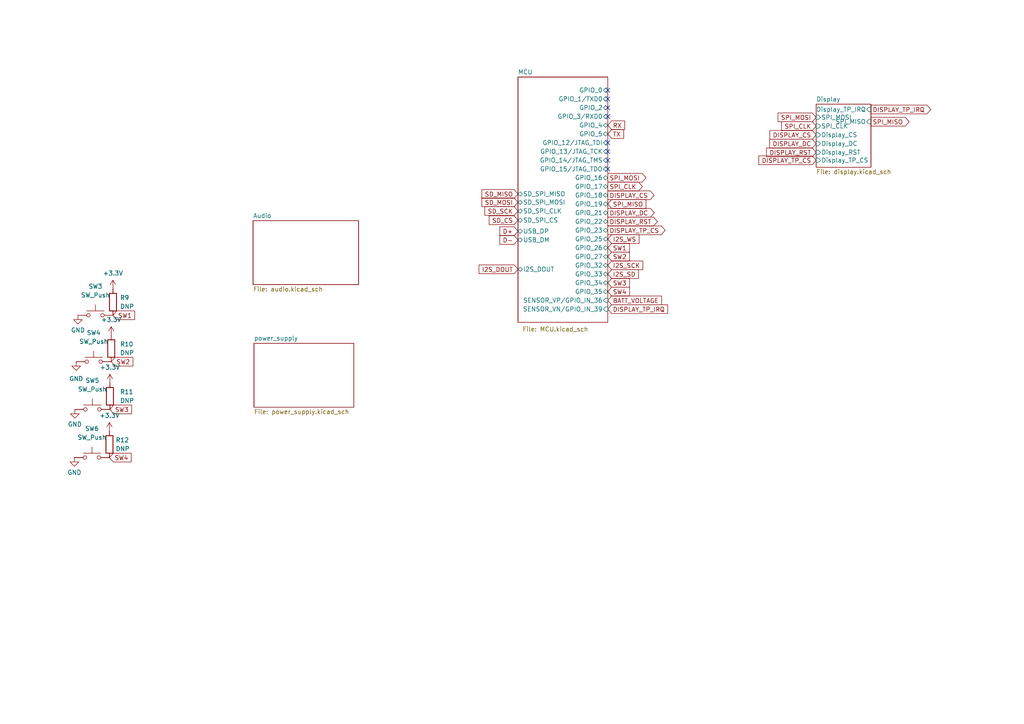
<source format=kicad_sch>
(kicad_sch (version 20231120) (generator "eeschema") (generator_version "8.0")
  (paper "A4")
  (lib_symbols
    (symbol "Device:R" (pin_numbers hide) (pin_names (offset 0))
      (property "Reference" "R" (at 2.032 0 90))
      (property "Value" "R" (at 0 0 90))
      (symbol "R_0_1"
        (rectangle (start -1.016 -2.54) (end 1.016 2.54) (stroke (width 0.254)))
      )
      (symbol "R_1_1"
        (pin passive line (at 0 3.81 270) (length 1.27) (name "~") (number "1"))
        (pin passive line (at 0 -3.81 90) (length 1.27) (name "~") (number "2"))
      )
    )
    (symbol "Switch:SW_Push" (pin_numbers hide) (pin_names (offset 1.016) hide)
      (property "Reference" "SW" (at 1.27 2.54 0))
      (property "Value" "SW_Push" (at 0 -1.524 0))
      (symbol "SW_Push_0_1"
        (circle (center -2.032 0) (radius 0.508))
        (polyline (pts (xy 0 1.27) (xy 0 3.048)))
        (polyline (pts (xy 2.54 1.27) (xy -2.54 1.27)))
        (circle (center 2.032 0) (radius 0.508))
        (pin passive line (at -5.08 0 0) (length 2.54) (name "1") (number "1"))
        (pin passive line (at 5.08 0 180) (length 2.54) (name "2") (number "2"))
      )
    )
    (symbol "power:+3.3V" (power) (pin_names (offset 0))
      (property "Value" "+3.3V" (at 0 3.556 0))
      (symbol "+3.3V_0_1"
        (polyline (pts (xy -0.762 1.27) (xy 0 2.54)))
        (polyline (pts (xy 0 0) (xy 0 2.54)))
        (polyline (pts (xy 0 2.54) (xy 0.762 1.27)))
      )
      (symbol "+3.3V_1_1"
        (pin power_in line (at 0 0 90) (length 0) hide (name "+3.3V") (number "1"))
      )
    )
    (symbol "power:GND" (power) (pin_names (offset 0))
      (property "Value" "GND" (at 0 -3.81 0))
      (symbol "GND_0_1"
        (polyline (pts (xy 0 0) (xy 0 -1.27) (xy 1.27 -1.27) (xy 0 -2.54) (xy -1.27 -1.27) (xy 0 -1.27)))
      )
      (symbol "GND_1_1"
        (pin power_in line (at 0 0 270) (length 0) hide (name "GND") (number "1"))
      )
    )
  )
  (no_connect (at 176.276 43.942))
  (no_connect (at 176.276 31.242))
  (no_connect (at 176.276 33.782))
  (no_connect (at 176.276 46.482))
  (no_connect (at 176.276 28.702))
  (no_connect (at 176.276 26.162))
  (no_connect (at 176.276 49.022))
  (no_connect (at 176.276 41.402))
  (global_label "SW3" (shape input) (at 176.276 82.042 0) (property "Intersheetrefs" "${INTERSHEET_REFS}" (effects (hide yes))))
  (global_label "DISPLAY_DC" (shape input) (at 236.728 41.656 180) (property "Intersheetrefs" "${INTERSHEET_REFS}" (effects (hide yes))))
  (global_label "I2S_SD" (shape input) (at 176.276 79.502 0) (property "Intersheetrefs" "${INTERSHEET_REFS}" (effects (hide yes))))
  (global_label "SPI_MOSI" (shape output) (at 176.276 51.562 0) (property "Intersheetrefs" "${INTERSHEET_REFS}" (effects (hide yes))))
  (global_label "BATT_VOLTAGE" (shape input) (at 176.276 87.122 0) (property "Intersheetrefs" "${INTERSHEET_REFS}" (effects (hide yes))))
  (global_label "DISPLAY_TP_CS" (shape input) (at 236.728 46.482 180) (property "Intersheetrefs" "${INTERSHEET_REFS}" (effects (hide yes))))
  (global_label "SD_MISO" (shape input) (at 150.241 56.261 180) (property "Intersheetrefs" "${INTERSHEET_REFS}" (effects (hide yes))))
  (global_label "I2S_SCK" (shape input) (at 176.276 76.962 0) (property "Intersheetrefs" "${INTERSHEET_REFS}" (effects (hide yes))))
  (global_label "TX" (shape input) (at 176.276 38.862 0) (property "Intersheetrefs" "${INTERSHEET_REFS}" (effects (hide yes))))
  (global_label "D-" (shape input) (at 150.241 69.596 180) (property "Intersheetrefs" "${INTERSHEET_REFS}" (effects (hide yes))))
  (global_label "SPI_CLK" (shape input) (at 236.728 36.576 180) (property "Intersheetrefs" "${INTERSHEET_REFS}" (effects (hide yes))))
  (global_label "I2S_WS" (shape input) (at 176.276 69.342 0) (property "Intersheetrefs" "${INTERSHEET_REFS}" (effects (hide yes))))
  (global_label "DISPLAY_TP_IRQ" (shape input) (at 176.276 89.662 0) (property "Intersheetrefs" "${INTERSHEET_REFS}" (effects (hide yes))))
  (global_label "DISPLAY_CS" (shape output) (at 176.276 56.642 0) (property "Intersheetrefs" "${INTERSHEET_REFS}" (effects (hide yes))))
  (global_label "SPI_MOSI" (shape input) (at 236.728 34.036 180) (property "Intersheetrefs" "${INTERSHEET_REFS}" (effects (hide yes))))
  (global_label "SD_SCK" (shape input) (at 150.241 61.214 180) (property "Intersheetrefs" "${INTERSHEET_REFS}" (effects (hide yes))))
  (global_label "SPI_MISO" (shape input) (at 176.276 59.182 0) (property "Intersheetrefs" "${INTERSHEET_REFS}" (effects (hide yes))))
  (global_label "DISPLAY_TP_IRQ" (shape output) (at 252.603 31.75 0) (property "Intersheetrefs" "${INTERSHEET_REFS}" (effects (hide yes))))
  (global_label "SD_MOSI" (shape input) (at 150.241 58.674 180) (property "Intersheetrefs" "${INTERSHEET_REFS}" (effects (hide yes))))
  (global_label "D+" (shape input) (at 150.241 67.056 180) (property "Intersheetrefs" "${INTERSHEET_REFS}" (effects (hide yes))))
  (global_label "RX" (shape input) (at 176.276 36.322 0) (property "Intersheetrefs" "${INTERSHEET_REFS}" (effects (hide yes))))
  (global_label "DISPLAY_CS" (shape input) (at 236.728 39.116 180) (property "Intersheetrefs" "${INTERSHEET_REFS}" (effects (hide yes))))
  (global_label "SW2" (shape input) (at 32.258 104.902 0) (property "Intersheetrefs" "${INTERSHEET_REFS}" (effects (hide yes))))
  (global_label "SW3" (shape input) (at 31.877 118.745 0) (property "Intersheetrefs" "${INTERSHEET_REFS}" (effects (hide yes))))
  (global_label "DISPLAY_TP_CS" (shape output) (at 176.276 66.802 0) (property "Intersheetrefs" "${INTERSHEET_REFS}" (effects (hide yes))))
  (global_label "SW4" (shape input) (at 176.276 84.582 0) (property "Intersheetrefs" "${INTERSHEET_REFS}" (effects (hide yes))))
  (global_label "SPI_CLK" (shape output) (at 176.276 54.102 0) (property "Intersheetrefs" "${INTERSHEET_REFS}" (effects (hide yes))))
  (global_label "SPI_MISO" (shape output) (at 252.603 35.306 0) (property "Intersheetrefs" "${INTERSHEET_REFS}" (effects (hide yes))))
  (global_label "DISPLAY_RST" (shape output) (at 176.276 64.262 0) (property "Intersheetrefs" "${INTERSHEET_REFS}" (effects (hide yes))))
  (global_label "SW1" (shape input) (at 32.766 91.44 0) (property "Intersheetrefs" "${INTERSHEET_REFS}" (effects (hide yes))))
  (global_label "SW1" (shape input) (at 176.276 71.882 0) (property "Intersheetrefs" "${INTERSHEET_REFS}" (effects (hide yes))))
  (global_label "DISPLAY_DC" (shape output) (at 176.276 61.722 0) (property "Intersheetrefs" "${INTERSHEET_REFS}" (effects (hide yes))))
  (global_label "SD_CS" (shape input) (at 150.241 63.881 180) (property "Intersheetrefs" "${INTERSHEET_REFS}" (effects (hide yes))))
  (global_label "DISPLAY_RST" (shape input) (at 236.728 44.196 180) (property "Intersheetrefs" "${INTERSHEET_REFS}" (effects (hide yes))))
  (global_label "SW2" (shape input) (at 176.276 74.422 0) (property "Intersheetrefs" "${INTERSHEET_REFS}" (effects (hide yes))))
  (global_label "I2S_DOUT" (shape input) (at 150.241 78.105 180) (property "Intersheetrefs" "${INTERSHEET_REFS}" (effects (hide yes))))
  (global_label "SW4" (shape input) (at 31.75 132.715 0) (property "Intersheetrefs" "${INTERSHEET_REFS}" (effects (hide yes))))
  (symbol (lib_id "Switch:SW_Push") (at 26.67 132.715 0) (unit 1)
    (property "Reference" "SW6" (at 26.67 124.333 0))
    (property "Value" "SW_Push" (at 26.67 126.873 0))
    (property "Footprint" "Button_Switch_SMD:SW_SPST_B3S-1000" (effects (hide yes)))
  )
  (symbol (lib_id "power:GND") (at 21.717 118.745 0) (unit 1)
    (property "Reference" "#PWR018" (effects (hide yes)))
    (property "Value" "GND" (at 21.717 123.063 0))
  )
  (symbol (lib_id "power:+3.3V") (at 31.75 125.095 0) (unit 1)
    (property "Reference" "#PWR040" (effects (hide yes)))
    (property "Value" "+3.3V" (at 31.75 120.523 0))
  )
  (symbol (lib_id "power:GND") (at 22.606 91.44 0) (unit 1)
    (property "Reference" "#PWR033" (effects (hide yes)))
    (property "Value" "GND" (at 22.606 95.758 0))
  )
  (symbol (lib_id "Device:R") (at 31.75 128.905 0) (unit 1)
    (property "Reference" "R12" (at 33.528 127.635 0) (effects (justify left)))
    (property "Value" "DNP" (at 33.528 130.175 0) (effects (justify left)))
    (property "Footprint" "Resistor_SMD:R_0603_1608Metric_Pad0.98x0.95mm_HandSolder" (effects (hide yes)))
  )
  (symbol (lib_id "power:+3.3V") (at 32.766 83.82 0) (unit 1)
    (property "Reference" "#PWR037" (effects (hide yes)))
    (property "Value" "+3.3V" (at 32.766 79.248 0))
  )
  (symbol (lib_id "Device:R") (at 31.877 114.935 0) (unit 1)
    (property "Reference" "R11" (at 34.798 113.665 0) (effects (justify left)))
    (property "Value" "DNP" (at 34.798 116.205 0) (effects (justify left)))
    (property "Footprint" "Resistor_SMD:R_0603_1608Metric_Pad0.98x0.95mm_HandSolder" (effects (hide yes)))
  )
  (symbol (lib_id "Switch:SW_Push") (at 27.686 91.44 0) (unit 1)
    (property "Reference" "SW3" (at 27.686 83.058 0))
    (property "Value" "SW_Push" (at 27.686 85.598 0))
    (property "Footprint" "Button_Switch_SMD:SW_SPST_B3S-1000" (effects (hide yes)))
  )
  (symbol (lib_id "power:GND") (at 21.59 132.715 0) (unit 1)
    (property "Reference" "#PWR036" (effects (hide yes)))
    (property "Value" "GND" (at 21.59 137.033 0))
  )
  (symbol (lib_id "power:+3.3V") (at 31.877 111.125 0) (unit 1)
    (property "Reference" "#PWR039" (effects (hide yes)))
    (property "Value" "+3.3V" (at 31.877 106.553 0))
  )
  (symbol (lib_id "Switch:SW_Push") (at 26.797 118.745 0) (unit 1)
    (property "Reference" "SW5" (at 26.797 110.363 0))
    (property "Value" "SW_Push" (at 26.797 112.903 0))
    (property "Footprint" "Button_Switch_SMD:SW_SPST_B3S-1000" (effects (hide yes)))
  )
  (symbol (lib_id "Switch:SW_Push") (at 27.178 104.902 0) (unit 1)
    (property "Reference" "SW4" (at 27.178 96.52 0))
    (property "Value" "SW_Push" (at 27.178 99.06 0))
    (property "Footprint" "Button_Switch_SMD:SW_SPST_B3S-1000" (effects (hide yes)))
  )
  (symbol (lib_id "Device:R") (at 32.766 87.63 0) (unit 1)
    (property "Reference" "R9" (at 34.798 86.36 0) (effects (justify left)))
    (property "Value" "DNP" (at 34.798 88.9 0) (effects (justify left)))
    (property "Footprint" "Resistor_SMD:R_0603_1608Metric_Pad0.98x0.95mm_HandSolder" (effects (hide yes)))
  )
  (symbol (lib_id "power:GND") (at 22.098 104.902 0) (unit 1)
    (property "Reference" "#PWR034" (effects (hide yes)))
    (property "Value" "GND" (at 22.098 109.855 0))
  )
  (symbol (lib_id "Device:R") (at 32.258 101.092 0) (unit 1)
    (property "Reference" "R10" (at 34.798 99.822 0) (effects (justify left)))
    (property "Value" "DNP" (at 34.798 102.362 0) (effects (justify left)))
    (property "Footprint" "Resistor_SMD:R_0603_1608Metric_Pad0.98x0.95mm_HandSolder" (effects (hide yes)))
  )
  (symbol (lib_id "power:+3.3V") (at 32.258 97.282 0) (unit 1)
    (property "Reference" "#PWR038" (effects (hide yes)))
    (property "Value" "+3.3V" (at 32.258 92.71 0))
  )
  (sheet (at 236.728 30.226) (size 15.875 18.288) (stroke (width 0.1524))
    (property "Sheetname" "Display" (at 236.728 29.5144 0) (effects (justify left bottom)))
    (property "Sheetfile" "display.kicad_sch" (at 236.728 49.0986 0) (effects (justify left top)))
    (pin "Display_CS" input (at 236.728 39.116 180))
    (pin "Display_DC" input (at 236.728 41.656 180))
    (pin "SPI_CLK" input (at 236.728 36.576 180))
    (pin "SPI_MOSI" input (at 236.728 34.036 180))
    (pin "Display_RST" input (at 236.728 44.196 180))
    (pin "Display_TP_CS" input (at 236.728 46.482 180))
    (pin "Display_TP_IRQ" input (at 252.603 31.75 0))
    (pin "SPI_MISO" input (at 252.603 35.306 0))
  )
  (sheet (at 73.406 64.008) (size 30.607 18.542) (stroke (width 0.1524))
    (property "Sheetname" "Audio" (at 73.406 63.2964 0) (effects (justify left bottom)))
    (property "Sheetfile" "audio.kicad_sch" (at 73.406 83.1346 0) (effects (justify left top)))
  )
  (sheet (at 150.241 22.352) (size 26.035 71.12) (stroke (width 0.1524))
    (property "Sheetname" "MCU" (at 150.241 21.6404 0) (effects (justify left bottom)))
    (property "Sheetfile" "MCU.kicad_sch" (at 151.511 94.742 0) (effects (justify left top)))
    (pin "SENSOR_VP{slash}GPIO_IN_36" input (at 176.276 87.122 0))
    (pin "SENSOR_VN{slash}GPIO_IN_39" input (at 176.276 89.662 0))
    (pin "GPIO_0" input (at 176.276 26.162 0))
    (pin "GPIO_15{slash}JTAG_TDO" input (at 176.276 49.022 0))
    (pin "GPIO_14{slash}JTAG_TMS" input (at 176.276 46.482 0))
    (pin "GPIO_12{slash}JTAG_TDI" input (at 176.276 41.402 0))
    (pin "GPIO_13{slash}JTAG_TCK" input (at 176.276 43.942 0))
    (pin "GPIO_16" bidirectional (at 176.276 51.562 0))
    (pin "GPIO_17" bidirectional (at 176.276 54.102 0))
    (pin "GPIO_23" bidirectional (at 176.276 66.802 0))
    (pin "GPIO_25" bidirectional (at 176.276 69.342 0))
    (pin "GPIO_26" bidirectional (at 176.276 71.882 0))
    (pin "GPIO_27" bidirectional (at 176.276 74.422 0))
    (pin "GPIO_32" bidirectional (at 176.276 76.962 0))
    (pin "GPIO_3{slash}RXD0" input (at 176.276 33.782 0))
    (pin "GPIO_1{slash}TXD0" input (at 176.276 28.702 0))
    (pin "GPIO_4" bidirectional (at 176.276 36.322 0))
    (pin "GPIO_2" bidirectional (at 176.276 31.242 0))
    (pin "GPIO_5" bidirectional (at 176.276 38.862 0))
    (pin "GPIO_18" bidirectional (at 176.276 56.642 0))
    (pin "GPIO_22" bidirectional (at 176.276 64.262 0))
    (pin "GPIO_19" bidirectional (at 176.276 59.182 0))
    (pin "GPIO_21" bidirectional (at 176.276 61.722 0))
    (pin "GPIO_33" bidirectional (at 176.276 79.502 0))
    (pin "GPIO_34" bidirectional (at 176.276 82.042 0))
    (pin "GPIO_35" bidirectional (at 176.276 84.582 0))
    (pin "USB_DM" bidirectional (at 150.241 69.596 180))
    (pin "USB_DP" bidirectional (at 150.241 67.056 180))
    (pin "SD_SPI_CS" bidirectional (at 150.241 63.881 180))
    (pin "SD_SPI_CLK" bidirectional (at 150.241 61.214 180))
    (pin "SD_SPI_MOSI" bidirectional (at 150.241 58.674 180))
    (pin "SD_SPI_MISO" bidirectional (at 150.241 56.261 180))
    (pin "I2S_DOUT" bidirectional (at 150.241 78.105 180))
  )
  (sheet (at 73.66 99.568) (size 28.956 18.542) (stroke (width 0.1524))
    (property "Sheetname" "power_supply" (at 73.66 98.8564 0) (effects (justify left bottom)))
    (property "Sheetfile" "power_supply.kicad_sch" (at 73.66 118.6946 0) (effects (justify left top)))
  )
)
</source>
